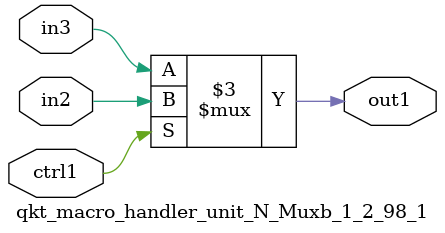
<source format=v>

`timescale 1ps / 1ps


module qkt_macro_handler_unit_N_Muxb_1_2_98_1( in3, in2, ctrl1, out1 );

    input in3;
    input in2;
    input ctrl1;
    output out1;
    reg out1;

    
    // rtl_process:qkt_macro_handler_unit_N_Muxb_1_2_98_1/qkt_macro_handler_unit_N_Muxb_1_2_98_1_thread_1
    always @*
      begin : qkt_macro_handler_unit_N_Muxb_1_2_98_1_thread_1
        case (ctrl1) 
          1'b1: 
            begin
              out1 = in2;
            end
          default: 
            begin
              out1 = in3;
            end
        endcase
      end

endmodule


</source>
